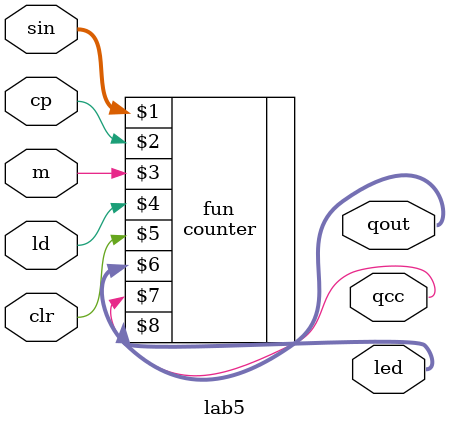
<source format=v>
`timescale 1ns/1ps

module lab5(sin,cp,m,ld,clr,qout,qcc,led);
input [3:0]sin;
input cp,clr,ld,m;
output [3:0] qout;
output qcc;
output [6:0]led;
//wire clk_N;
//divider #(25_000_000) divider1(.clk(cp),.clk_N(clk_N));
//counter #(4'b0010,4'b1001) fun(sin,clk_N,m,ld,clr,qout,qcc,led);
counter #(4'b0010,4'b1001) fun(sin,cp,m,ld,clr,qout,qcc,led);

endmodule
</source>
